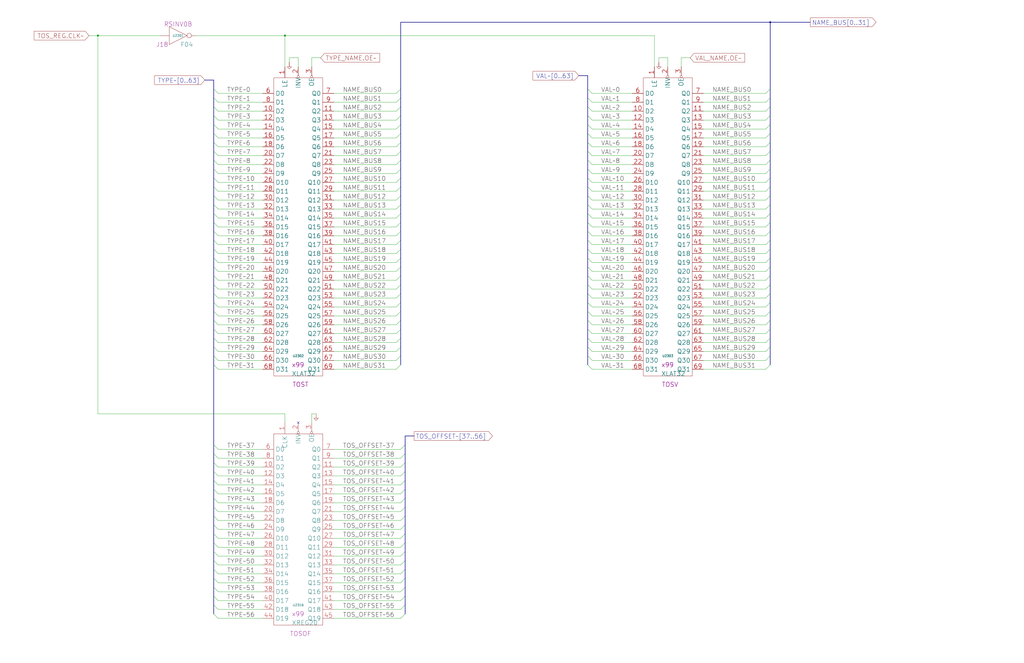
<source format=kicad_sch>
(kicad_sch (version 20220126) (generator eeschema)
  (paper "User" 584.2 378.46)
  (title_block (title "TOS OPTIMIZING REGISTER") (date "22-MAY-90") (rev "1.0") (comment 1 "SEQUENCER") (comment 2 "232-003064") (comment 3 "S400") (comment 4 "RELEASED"))
  (lib_symbols
    (symbol "r1000:F04" (pin_numbers hide) (pin_names hide)
      (property "Reference" "U" (at 0 0 0))
      (property "Value" "F04" (at 1.27 -5.08 0))
      (property "Location" "___" (at -12.7 -5.08 0))
      (property "Name" "______" (at 0 5.08 0))
      (symbol "F04_1_1"
        (pin input line (at -10.16 0 0) (length 2.54) (name "D0") (number "1"))
        (pin output line (at 10.16 0 180) (length 2.54) (name "Q") (number "2"))
      )
    )
    (symbol "r1000:PD" (power) (pin_numbers hide) (pin_names hide) (in_bom no)
      (symbol "PD_1_1"
        (pin power_in line (at 0 0 270) (length 2.54) (name "PD") (number "1"))
      )
    )
    (symbol "r1000:XLAT32" (pin_names (offset 1.016))
      (property "Reference" "U" (at 2.54 5.08 0))
      (property "Value" "XLAT32" (at -1.27 -5.08 0))
      (property "Location" "___" (at -1.27 0 0))
      (property "Name" "______" (at 3.81 -12.7 0))
      (symbol "XLAT32_1_1"
        (pin input line (at -5.08 170.18 270) (length 6.35) (name "LE") (number "1"))
        (pin input line (at -17.78 144.78 0) (length 6.35) (name "D2") (number "10"))
        (pin tri_state line (at 22.86 144.78 180) (length 6.35) (name "Q2") (number "11"))
        (pin input line (at -17.78 139.7 0) (length 6.35) (name "D3") (number "12"))
        (pin tri_state line (at 22.86 139.7 180) (length 6.35) (name "Q3") (number "13"))
        (pin input line (at -17.78 134.62 0) (length 6.35) (name "D4") (number "14"))
        (pin tri_state line (at 22.86 134.62 180) (length 6.35) (name "Q4") (number "15"))
        (pin input line (at -17.78 129.54 0) (length 6.35) (name "D5") (number "16"))
        (pin tri_state line (at 22.86 129.54 180) (length 6.35) (name "Q5") (number "17"))
        (pin input line (at -17.78 124.46 0) (length 6.35) (name "D6") (number "18"))
        (pin tri_state line (at 22.86 124.46 180) (length 6.35) (name "Q6") (number "19"))
        (pin input line (at 2.54 170.18 270) (length 5.08) (name "INV") (number "2"))
        (pin input line (at -17.78 119.38 0) (length 6.35) (name "D7") (number "20"))
        (pin tri_state line (at 22.86 119.38 180) (length 6.35) (name "Q7") (number "21"))
        (pin input line (at -17.78 114.3 0) (length 6.35) (name "D8") (number "22"))
        (pin tri_state line (at 22.86 114.3 180) (length 6.35) (name "Q8") (number "23"))
        (pin input line (at -17.78 109.22 0) (length 6.35) (name "D9") (number "24"))
        (pin tri_state line (at 22.86 109.22 180) (length 6.35) (name "Q9") (number "25"))
        (pin input line (at -17.78 104.14 0) (length 6.35) (name "D10") (number "26"))
        (pin tri_state line (at 22.86 104.14 180) (length 6.35) (name "Q10") (number "27"))
        (pin input line (at -17.78 99.06 0) (length 6.35) (name "D11") (number "28"))
        (pin tri_state line (at 22.86 99.06 180) (length 6.35) (name "Q11") (number "29"))
        (pin input line (at 10.16 170.18 270) (length 5.08) (name "OE") (number "3"))
        (pin input line (at -17.78 93.98 0) (length 6.35) (name "D12") (number "30"))
        (pin tri_state line (at 22.86 93.98 180) (length 6.35) (name "Q12") (number "31"))
        (pin input line (at -17.78 88.9 0) (length 6.35) (name "D13") (number "32"))
        (pin tri_state line (at 22.86 88.9 180) (length 6.35) (name "Q13") (number "33"))
        (pin input line (at -17.78 83.82 0) (length 6.35) (name "D14") (number "34"))
        (pin tri_state line (at 22.86 83.82 180) (length 6.35) (name "Q14") (number "35"))
        (pin input line (at -17.78 78.74 0) (length 6.35) (name "D15") (number "36"))
        (pin tri_state line (at 22.86 78.74 180) (length 6.35) (name "Q15") (number "37"))
        (pin input line (at -17.78 73.66 0) (length 6.35) (name "D16") (number "38"))
        (pin tri_state line (at 22.86 73.66 180) (length 6.35) (name "Q16") (number "39"))
        (pin input line (at -17.78 68.58 0) (length 6.35) (name "D17") (number "40"))
        (pin tri_state line (at 22.86 68.58 180) (length 6.35) (name "Q17") (number "41"))
        (pin input line (at -17.78 63.5 0) (length 6.35) (name "D18") (number "42"))
        (pin tri_state line (at 22.86 63.5 180) (length 6.35) (name "Q18") (number "43"))
        (pin input line (at -17.78 58.42 0) (length 6.35) (name "D19") (number "44"))
        (pin tri_state line (at 22.86 58.42 180) (length 6.35) (name "Q19") (number "45"))
        (pin input line (at -17.78 53.34 0) (length 6.35) (name "D20") (number "46"))
        (pin tri_state line (at 22.86 53.34 180) (length 6.35) (name "Q20") (number "47"))
        (pin input line (at -17.78 48.26 0) (length 6.35) (name "D21") (number "48"))
        (pin tri_state line (at 22.86 48.26 180) (length 6.35) (name "Q21") (number "49"))
        (pin input line (at -17.78 43.18 0) (length 6.35) (name "D22") (number "50"))
        (pin tri_state line (at 22.86 43.18 180) (length 6.35) (name "Q22") (number "51"))
        (pin input line (at -17.78 38.1 0) (length 6.35) (name "D23") (number "52"))
        (pin tri_state line (at 22.86 38.1 180) (length 6.35) (name "Q23") (number "53"))
        (pin input line (at -17.78 33.02 0) (length 6.35) (name "D24") (number "54"))
        (pin tri_state line (at 22.86 33.02 180) (length 6.35) (name "Q24") (number "55"))
        (pin input line (at -17.78 27.94 0) (length 6.35) (name "D25") (number "56"))
        (pin tri_state line (at 22.86 27.94 180) (length 6.35) (name "Q25") (number "57"))
        (pin input line (at -17.78 22.86 0) (length 6.35) (name "D26") (number "58"))
        (pin tri_state line (at 22.86 22.86 180) (length 6.35) (name "Q26") (number "59"))
        (pin input line (at -17.78 154.94 0) (length 6.35) (name "D0") (number "6"))
        (pin input line (at -17.78 17.78 0) (length 6.35) (name "D27") (number "60"))
        (pin tri_state line (at 22.86 17.78 180) (length 6.35) (name "Q27") (number "61"))
        (pin input line (at -17.78 12.7 0) (length 6.35) (name "D28") (number "62"))
        (pin tri_state line (at 22.86 12.7 180) (length 6.35) (name "Q28") (number "63"))
        (pin input line (at -17.78 7.62 0) (length 6.35) (name "D29") (number "64"))
        (pin tri_state line (at 22.86 7.62 180) (length 6.35) (name "Q29") (number "65"))
        (pin input line (at -17.78 2.54 0) (length 6.35) (name "D30") (number "66"))
        (pin tri_state line (at 22.86 2.54 180) (length 6.35) (name "Q30") (number "67"))
        (pin input line (at -17.78 -2.54 0) (length 6.35) (name "D31") (number "68"))
        (pin tri_state line (at 22.86 -2.54 180) (length 6.35) (name "Q31") (number "69"))
        (pin tri_state line (at 22.86 154.94 180) (length 6.35) (name "Q0") (number "7"))
        (pin input line (at -17.78 149.86 0) (length 6.35) (name "D1") (number "8"))
        (pin tri_state line (at 22.86 149.86 180) (length 6.35) (name "Q1") (number "9"))
      )
    )
    (symbol "r1000:XREG20" (pin_names (offset 1.016))
      (property "Reference" "U" (at 2.54 5.08 0))
      (property "Value" "XREG20" (at -1.27 -5.08 0))
      (property "Location" "___" (at -1.27 0 0))
      (property "Name" "______" (at 3.81 -12.7 0))
      (symbol "XREG20_1_1"
        (pin input line (at -5.08 109.22 270) (length 6.35) (name "CLK") (number "1"))
        (pin input line (at -17.78 83.82 0) (length 6.35) (name "D2") (number "10"))
        (pin tri_state line (at 22.86 83.82 180) (length 6.35) (name "Q2") (number "11"))
        (pin input line (at -17.78 78.74 0) (length 6.35) (name "D3") (number "12"))
        (pin tri_state line (at 22.86 78.74 180) (length 6.35) (name "Q3") (number "13"))
        (pin input line (at -17.78 73.66 0) (length 6.35) (name "D4") (number "14"))
        (pin tri_state line (at 22.86 73.66 180) (length 6.35) (name "Q4") (number "15"))
        (pin input line (at -17.78 68.58 0) (length 6.35) (name "D5") (number "16"))
        (pin tri_state line (at 22.86 68.58 180) (length 6.35) (name "Q5") (number "17"))
        (pin input line (at -17.78 63.5 0) (length 6.35) (name "D6") (number "18"))
        (pin tri_state line (at 22.86 63.5 180) (length 6.35) (name "Q6") (number "19"))
        (pin input line (at 2.54 109.22 270) (length 5.08) (name "INV") (number "2"))
        (pin input line (at -17.78 58.42 0) (length 6.35) (name "D7") (number "20"))
        (pin tri_state line (at 22.86 58.42 180) (length 6.35) (name "Q7") (number "21"))
        (pin input line (at -17.78 53.34 0) (length 6.35) (name "D8") (number "22"))
        (pin tri_state line (at 22.86 53.34 180) (length 6.35) (name "Q8") (number "23"))
        (pin input line (at -17.78 48.26 0) (length 6.35) (name "D9") (number "24"))
        (pin tri_state line (at 22.86 48.26 180) (length 6.35) (name "Q9") (number "25"))
        (pin input line (at -17.78 43.18 0) (length 6.35) (name "D10") (number "26"))
        (pin tri_state line (at 22.86 43.18 180) (length 6.35) (name "Q10") (number "27"))
        (pin input line (at -17.78 38.1 0) (length 6.35) (name "D11") (number "28"))
        (pin tri_state line (at 22.86 38.1 180) (length 6.35) (name "Q11") (number "29"))
        (pin input line (at 10.16 109.22 270) (length 5.08) (name "OE") (number "3"))
        (pin input line (at -17.78 33.02 0) (length 6.35) (name "D12") (number "30"))
        (pin tri_state line (at 22.86 33.02 180) (length 6.35) (name "Q12") (number "31"))
        (pin input line (at -17.78 27.94 0) (length 6.35) (name "D13") (number "32"))
        (pin tri_state line (at 22.86 27.94 180) (length 6.35) (name "Q13") (number "33"))
        (pin input line (at -17.78 22.86 0) (length 6.35) (name "D14") (number "34"))
        (pin tri_state line (at 22.86 22.86 180) (length 6.35) (name "Q14") (number "35"))
        (pin input line (at -17.78 17.78 0) (length 6.35) (name "D15") (number "36"))
        (pin tri_state line (at 22.86 17.78 180) (length 6.35) (name "Q15") (number "37"))
        (pin input line (at -17.78 12.7 0) (length 6.35) (name "D16") (number "38"))
        (pin tri_state line (at 22.86 12.7 180) (length 6.35) (name "Q16") (number "39"))
        (pin input line (at -17.78 7.62 0) (length 6.35) (name "D17") (number "40"))
        (pin tri_state line (at 22.86 7.62 180) (length 6.35) (name "Q17") (number "41"))
        (pin input line (at -17.78 2.54 0) (length 6.35) (name "D18") (number "42"))
        (pin tri_state line (at 22.86 2.54 180) (length 6.35) (name "Q18") (number "43"))
        (pin input line (at -17.78 -2.54 0) (length 6.35) (name "D19") (number "44"))
        (pin tri_state line (at 22.86 -2.54 180) (length 6.35) (name "Q19") (number "45"))
        (pin input line (at -17.78 93.98 0) (length 6.35) (name "D0") (number "6"))
        (pin tri_state line (at 22.86 93.98 180) (length 6.35) (name "Q0") (number "7"))
        (pin input line (at -17.78 88.9 0) (length 6.35) (name "D1") (number "8"))
        (pin tri_state line (at 22.86 88.9 180) (length 6.35) (name "Q1") (number "9"))
      )
    )
  )
  (bus (pts (xy 116.84 45.72) (xy 121.92 45.72)))
  (bus (pts (xy 121.92 101.6) (xy 121.92 106.68)))
  (bus (pts (xy 121.92 106.68) (xy 121.92 111.76)))
  (bus (pts (xy 121.92 111.76) (xy 121.92 116.84)))
  (bus (pts (xy 121.92 116.84) (xy 121.92 121.92)))
  (bus (pts (xy 121.92 121.92) (xy 121.92 127)))
  (bus (pts (xy 121.92 127) (xy 121.92 132.08)))
  (bus (pts (xy 121.92 132.08) (xy 121.92 137.16)))
  (bus (pts (xy 121.92 137.16) (xy 121.92 142.24)))
  (bus (pts (xy 121.92 142.24) (xy 121.92 147.32)))
  (bus (pts (xy 121.92 147.32) (xy 121.92 152.4)))
  (bus (pts (xy 121.92 152.4) (xy 121.92 157.48)))
  (bus (pts (xy 121.92 157.48) (xy 121.92 162.56)))
  (bus (pts (xy 121.92 162.56) (xy 121.92 167.64)))
  (bus (pts (xy 121.92 167.64) (xy 121.92 172.72)))
  (bus (pts (xy 121.92 172.72) (xy 121.92 177.8)))
  (bus (pts (xy 121.92 177.8) (xy 121.92 182.88)))
  (bus (pts (xy 121.92 182.88) (xy 121.92 187.96)))
  (bus (pts (xy 121.92 187.96) (xy 121.92 193.04)))
  (bus (pts (xy 121.92 193.04) (xy 121.92 198.12)))
  (bus (pts (xy 121.92 198.12) (xy 121.92 203.2)))
  (bus (pts (xy 121.92 203.2) (xy 121.92 208.28)))
  (bus (pts (xy 121.92 208.28) (xy 121.92 254)))
  (bus (pts (xy 121.92 254) (xy 121.92 259.08)))
  (bus (pts (xy 121.92 259.08) (xy 121.92 264.16)))
  (bus (pts (xy 121.92 264.16) (xy 121.92 269.24)))
  (bus (pts (xy 121.92 274.32) (xy 121.92 269.24)))
  (bus (pts (xy 121.92 274.32) (xy 121.92 279.4)))
  (bus (pts (xy 121.92 279.4) (xy 121.92 284.48)))
  (bus (pts (xy 121.92 284.48) (xy 121.92 289.56)))
  (bus (pts (xy 121.92 289.56) (xy 121.92 294.64)))
  (bus (pts (xy 121.92 294.64) (xy 121.92 299.72)))
  (bus (pts (xy 121.92 299.72) (xy 121.92 304.8)))
  (bus (pts (xy 121.92 304.8) (xy 121.92 309.88)))
  (bus (pts (xy 121.92 314.96) (xy 121.92 309.88)))
  (bus (pts (xy 121.92 314.96) (xy 121.92 320.04)))
  (bus (pts (xy 121.92 320.04) (xy 121.92 325.12)))
  (bus (pts (xy 121.92 325.12) (xy 121.92 330.2)))
  (bus (pts (xy 121.92 330.2) (xy 121.92 335.28)))
  (bus (pts (xy 121.92 335.28) (xy 121.92 340.36)))
  (bus (pts (xy 121.92 340.36) (xy 121.92 345.44)))
  (bus (pts (xy 121.92 345.44) (xy 121.92 350.52)))
  (bus (pts (xy 121.92 45.72) (xy 121.92 50.8)))
  (bus (pts (xy 121.92 50.8) (xy 121.92 55.88)))
  (bus (pts (xy 121.92 55.88) (xy 121.92 60.96)))
  (bus (pts (xy 121.92 60.96) (xy 121.92 66.04)))
  (bus (pts (xy 121.92 66.04) (xy 121.92 71.12)))
  (bus (pts (xy 121.92 71.12) (xy 121.92 76.2)))
  (bus (pts (xy 121.92 76.2) (xy 121.92 81.28)))
  (bus (pts (xy 121.92 81.28) (xy 121.92 86.36)))
  (bus (pts (xy 121.92 86.36) (xy 121.92 91.44)))
  (bus (pts (xy 121.92 91.44) (xy 121.92 96.52)))
  (bus (pts (xy 121.92 96.52) (xy 121.92 101.6)))
  (bus (pts (xy 228.6 101.6) (xy 228.6 106.68)))
  (bus (pts (xy 228.6 106.68) (xy 228.6 111.76)))
  (bus (pts (xy 228.6 111.76) (xy 228.6 116.84)))
  (bus (pts (xy 228.6 116.84) (xy 228.6 121.92)))
  (bus (pts (xy 228.6 12.7) (xy 439.42 12.7)))
  (bus (pts (xy 228.6 121.92) (xy 228.6 127)))
  (bus (pts (xy 228.6 127) (xy 228.6 132.08)))
  (bus (pts (xy 228.6 132.08) (xy 228.6 137.16)))
  (bus (pts (xy 228.6 137.16) (xy 228.6 142.24)))
  (bus (pts (xy 228.6 142.24) (xy 228.6 147.32)))
  (bus (pts (xy 228.6 147.32) (xy 228.6 152.4)))
  (bus (pts (xy 228.6 152.4) (xy 228.6 157.48)))
  (bus (pts (xy 228.6 157.48) (xy 228.6 162.56)))
  (bus (pts (xy 228.6 162.56) (xy 228.6 167.64)))
  (bus (pts (xy 228.6 167.64) (xy 228.6 172.72)))
  (bus (pts (xy 228.6 172.72) (xy 228.6 177.8)))
  (bus (pts (xy 228.6 177.8) (xy 228.6 182.88)))
  (bus (pts (xy 228.6 182.88) (xy 228.6 187.96)))
  (bus (pts (xy 228.6 187.96) (xy 228.6 193.04)))
  (bus (pts (xy 228.6 193.04) (xy 228.6 198.12)))
  (bus (pts (xy 228.6 198.12) (xy 228.6 203.2)))
  (bus (pts (xy 228.6 203.2) (xy 228.6 208.28)))
  (bus (pts (xy 228.6 50.8) (xy 228.6 12.7)))
  (bus (pts (xy 228.6 50.8) (xy 228.6 55.88)))
  (bus (pts (xy 228.6 55.88) (xy 228.6 60.96)))
  (bus (pts (xy 228.6 60.96) (xy 228.6 66.04)))
  (bus (pts (xy 228.6 66.04) (xy 228.6 71.12)))
  (bus (pts (xy 228.6 71.12) (xy 228.6 76.2)))
  (bus (pts (xy 228.6 76.2) (xy 228.6 81.28)))
  (bus (pts (xy 228.6 81.28) (xy 228.6 86.36)))
  (bus (pts (xy 228.6 86.36) (xy 228.6 91.44)))
  (bus (pts (xy 228.6 91.44) (xy 228.6 96.52)))
  (bus (pts (xy 228.6 96.52) (xy 228.6 101.6)))
  (bus (pts (xy 231.14 248.92) (xy 231.14 254)))
  (bus (pts (xy 231.14 254) (xy 231.14 259.08)))
  (bus (pts (xy 231.14 259.08) (xy 231.14 264.16)))
  (bus (pts (xy 231.14 264.16) (xy 231.14 269.24)))
  (bus (pts (xy 231.14 269.24) (xy 231.14 274.32)))
  (bus (pts (xy 231.14 274.32) (xy 231.14 279.4)))
  (bus (pts (xy 231.14 279.4) (xy 231.14 284.48)))
  (bus (pts (xy 231.14 284.48) (xy 231.14 289.56)))
  (bus (pts (xy 231.14 289.56) (xy 231.14 294.64)))
  (bus (pts (xy 231.14 294.64) (xy 231.14 299.72)))
  (bus (pts (xy 231.14 299.72) (xy 231.14 304.8)))
  (bus (pts (xy 231.14 304.8) (xy 231.14 309.88)))
  (bus (pts (xy 231.14 309.88) (xy 231.14 314.96)))
  (bus (pts (xy 231.14 314.96) (xy 231.14 320.04)))
  (bus (pts (xy 231.14 320.04) (xy 231.14 325.12)))
  (bus (pts (xy 231.14 325.12) (xy 231.14 330.2)))
  (bus (pts (xy 231.14 330.2) (xy 231.14 335.28)))
  (bus (pts (xy 231.14 335.28) (xy 231.14 340.36)))
  (bus (pts (xy 231.14 340.36) (xy 231.14 345.44)))
  (bus (pts (xy 231.14 345.44) (xy 231.14 350.52)))
  (bus (pts (xy 236.22 248.92) (xy 231.14 248.92)))
  (bus (pts (xy 330.2 43.18) (xy 335.28 43.18)))
  (bus (pts (xy 335.28 101.6) (xy 335.28 106.68)))
  (bus (pts (xy 335.28 106.68) (xy 335.28 111.76)))
  (bus (pts (xy 335.28 111.76) (xy 335.28 116.84)))
  (bus (pts (xy 335.28 116.84) (xy 335.28 121.92)))
  (bus (pts (xy 335.28 121.92) (xy 335.28 127)))
  (bus (pts (xy 335.28 127) (xy 335.28 132.08)))
  (bus (pts (xy 335.28 132.08) (xy 335.28 137.16)))
  (bus (pts (xy 335.28 137.16) (xy 335.28 142.24)))
  (bus (pts (xy 335.28 142.24) (xy 335.28 147.32)))
  (bus (pts (xy 335.28 147.32) (xy 335.28 152.4)))
  (bus (pts (xy 335.28 152.4) (xy 335.28 157.48)))
  (bus (pts (xy 335.28 157.48) (xy 335.28 162.56)))
  (bus (pts (xy 335.28 162.56) (xy 335.28 167.64)))
  (bus (pts (xy 335.28 167.64) (xy 335.28 172.72)))
  (bus (pts (xy 335.28 172.72) (xy 335.28 177.8)))
  (bus (pts (xy 335.28 177.8) (xy 335.28 182.88)))
  (bus (pts (xy 335.28 182.88) (xy 335.28 187.96)))
  (bus (pts (xy 335.28 187.96) (xy 335.28 193.04)))
  (bus (pts (xy 335.28 193.04) (xy 335.28 198.12)))
  (bus (pts (xy 335.28 198.12) (xy 335.28 203.2)))
  (bus (pts (xy 335.28 203.2) (xy 335.28 208.28)))
  (bus (pts (xy 335.28 43.18) (xy 335.28 50.8)))
  (bus (pts (xy 335.28 50.8) (xy 335.28 55.88)))
  (bus (pts (xy 335.28 55.88) (xy 335.28 60.96)))
  (bus (pts (xy 335.28 60.96) (xy 335.28 66.04)))
  (bus (pts (xy 335.28 66.04) (xy 335.28 71.12)))
  (bus (pts (xy 335.28 71.12) (xy 335.28 76.2)))
  (bus (pts (xy 335.28 76.2) (xy 335.28 81.28)))
  (bus (pts (xy 335.28 81.28) (xy 335.28 86.36)))
  (bus (pts (xy 335.28 86.36) (xy 335.28 91.44)))
  (bus (pts (xy 335.28 91.44) (xy 335.28 96.52)))
  (bus (pts (xy 335.28 96.52) (xy 335.28 101.6)))
  (bus (pts (xy 439.42 101.6) (xy 439.42 106.68)))
  (bus (pts (xy 439.42 106.68) (xy 439.42 111.76)))
  (bus (pts (xy 439.42 111.76) (xy 439.42 116.84)))
  (bus (pts (xy 439.42 116.84) (xy 439.42 121.92)))
  (bus (pts (xy 439.42 12.7) (xy 439.42 50.8)))
  (bus (pts (xy 439.42 12.7) (xy 462.28 12.7)))
  (bus (pts (xy 439.42 121.92) (xy 439.42 127)))
  (bus (pts (xy 439.42 127) (xy 439.42 132.08)))
  (bus (pts (xy 439.42 132.08) (xy 439.42 137.16)))
  (bus (pts (xy 439.42 137.16) (xy 439.42 142.24)))
  (bus (pts (xy 439.42 142.24) (xy 439.42 147.32)))
  (bus (pts (xy 439.42 147.32) (xy 439.42 152.4)))
  (bus (pts (xy 439.42 152.4) (xy 439.42 157.48)))
  (bus (pts (xy 439.42 157.48) (xy 439.42 162.56)))
  (bus (pts (xy 439.42 162.56) (xy 439.42 167.64)))
  (bus (pts (xy 439.42 167.64) (xy 439.42 172.72)))
  (bus (pts (xy 439.42 172.72) (xy 439.42 177.8)))
  (bus (pts (xy 439.42 177.8) (xy 439.42 182.88)))
  (bus (pts (xy 439.42 182.88) (xy 439.42 187.96)))
  (bus (pts (xy 439.42 187.96) (xy 439.42 193.04)))
  (bus (pts (xy 439.42 193.04) (xy 439.42 198.12)))
  (bus (pts (xy 439.42 198.12) (xy 439.42 203.2)))
  (bus (pts (xy 439.42 203.2) (xy 439.42 208.28)))
  (bus (pts (xy 439.42 50.8) (xy 439.42 55.88)))
  (bus (pts (xy 439.42 55.88) (xy 439.42 60.96)))
  (bus (pts (xy 439.42 60.96) (xy 439.42 66.04)))
  (bus (pts (xy 439.42 66.04) (xy 439.42 71.12)))
  (bus (pts (xy 439.42 71.12) (xy 439.42 76.2)))
  (bus (pts (xy 439.42 76.2) (xy 439.42 81.28)))
  (bus (pts (xy 439.42 81.28) (xy 439.42 86.36)))
  (bus (pts (xy 439.42 86.36) (xy 439.42 91.44)))
  (bus (pts (xy 439.42 91.44) (xy 439.42 96.52)))
  (bus (pts (xy 439.42 96.52) (xy 439.42 101.6)))
  (wire (pts (xy 111.76 20.32) (xy 162.56 20.32)))
  (wire (pts (xy 124.46 104.14) (xy 149.86 104.14)))
  (wire (pts (xy 124.46 109.22) (xy 149.86 109.22)))
  (wire (pts (xy 124.46 114.3) (xy 149.86 114.3)))
  (wire (pts (xy 124.46 119.38) (xy 149.86 119.38)))
  (wire (pts (xy 124.46 124.46) (xy 149.86 124.46)))
  (wire (pts (xy 124.46 129.54) (xy 149.86 129.54)))
  (wire (pts (xy 124.46 134.62) (xy 149.86 134.62)))
  (wire (pts (xy 124.46 139.7) (xy 149.86 139.7)))
  (wire (pts (xy 124.46 144.78) (xy 149.86 144.78)))
  (wire (pts (xy 124.46 149.86) (xy 149.86 149.86)))
  (wire (pts (xy 124.46 154.94) (xy 149.86 154.94)))
  (wire (pts (xy 124.46 160.02) (xy 149.86 160.02)))
  (wire (pts (xy 124.46 165.1) (xy 149.86 165.1)))
  (wire (pts (xy 124.46 170.18) (xy 149.86 170.18)))
  (wire (pts (xy 124.46 175.26) (xy 149.86 175.26)))
  (wire (pts (xy 124.46 180.34) (xy 149.86 180.34)))
  (wire (pts (xy 124.46 185.42) (xy 149.86 185.42)))
  (wire (pts (xy 124.46 190.5) (xy 149.86 190.5)))
  (wire (pts (xy 124.46 195.58) (xy 149.86 195.58)))
  (wire (pts (xy 124.46 200.66) (xy 149.86 200.66)))
  (wire (pts (xy 124.46 205.74) (xy 149.86 205.74)))
  (wire (pts (xy 124.46 210.82) (xy 149.86 210.82)))
  (wire (pts (xy 124.46 256.54) (xy 149.86 256.54)))
  (wire (pts (xy 124.46 261.62) (xy 149.86 261.62)))
  (wire (pts (xy 124.46 266.7) (xy 149.86 266.7)))
  (wire (pts (xy 124.46 271.78) (xy 149.86 271.78)))
  (wire (pts (xy 124.46 276.86) (xy 149.86 276.86)))
  (wire (pts (xy 124.46 281.94) (xy 149.86 281.94)))
  (wire (pts (xy 124.46 287.02) (xy 149.86 287.02)))
  (wire (pts (xy 124.46 292.1) (xy 149.86 292.1)))
  (wire (pts (xy 124.46 297.18) (xy 149.86 297.18)))
  (wire (pts (xy 124.46 302.26) (xy 149.86 302.26)))
  (wire (pts (xy 124.46 307.34) (xy 149.86 307.34)))
  (wire (pts (xy 124.46 312.42) (xy 149.86 312.42)))
  (wire (pts (xy 124.46 317.5) (xy 149.86 317.5)))
  (wire (pts (xy 124.46 322.58) (xy 149.86 322.58)))
  (wire (pts (xy 124.46 327.66) (xy 149.86 327.66)))
  (wire (pts (xy 124.46 332.74) (xy 149.86 332.74)))
  (wire (pts (xy 124.46 337.82) (xy 149.86 337.82)))
  (wire (pts (xy 124.46 342.9) (xy 149.86 342.9)))
  (wire (pts (xy 124.46 347.98) (xy 149.86 347.98)))
  (wire (pts (xy 124.46 353.06) (xy 149.86 353.06)))
  (wire (pts (xy 124.46 53.34) (xy 149.86 53.34)))
  (wire (pts (xy 124.46 58.42) (xy 149.86 58.42)))
  (wire (pts (xy 124.46 63.5) (xy 149.86 63.5)))
  (wire (pts (xy 124.46 68.58) (xy 149.86 68.58)))
  (wire (pts (xy 124.46 73.66) (xy 149.86 73.66)))
  (wire (pts (xy 124.46 78.74) (xy 149.86 78.74)))
  (wire (pts (xy 124.46 83.82) (xy 149.86 83.82)))
  (wire (pts (xy 124.46 88.9) (xy 149.86 88.9)))
  (wire (pts (xy 124.46 93.98) (xy 149.86 93.98)))
  (wire (pts (xy 124.46 99.06) (xy 149.86 99.06)))
  (wire (pts (xy 162.56 20.32) (xy 162.56 38.1)))
  (wire (pts (xy 162.56 20.32) (xy 373.38 20.32)))
  (wire (pts (xy 162.56 236.22) (xy 162.56 241.3)))
  (wire (pts (xy 165.1 33.02) (xy 170.18 33.02)))
  (wire (pts (xy 165.1 35.56) (xy 165.1 33.02)))
  (wire (pts (xy 170.18 33.02) (xy 170.18 38.1)))
  (wire (pts (xy 177.8 236.22) (xy 177.8 241.3)))
  (wire (pts (xy 177.8 33.02) (xy 177.8 38.1)))
  (wire (pts (xy 180.34 236.22) (xy 177.8 236.22)))
  (wire (pts (xy 182.88 33.02) (xy 177.8 33.02)))
  (wire (pts (xy 190.5 104.14) (xy 226.06 104.14)))
  (wire (pts (xy 190.5 109.22) (xy 226.06 109.22)))
  (wire (pts (xy 190.5 114.3) (xy 226.06 114.3)))
  (wire (pts (xy 190.5 119.38) (xy 226.06 119.38)))
  (wire (pts (xy 190.5 124.46) (xy 226.06 124.46)))
  (wire (pts (xy 190.5 129.54) (xy 226.06 129.54)))
  (wire (pts (xy 190.5 134.62) (xy 226.06 134.62)))
  (wire (pts (xy 190.5 139.7) (xy 226.06 139.7)))
  (wire (pts (xy 190.5 144.78) (xy 226.06 144.78)))
  (wire (pts (xy 190.5 149.86) (xy 226.06 149.86)))
  (wire (pts (xy 190.5 154.94) (xy 226.06 154.94)))
  (wire (pts (xy 190.5 160.02) (xy 226.06 160.02)))
  (wire (pts (xy 190.5 165.1) (xy 226.06 165.1)))
  (wire (pts (xy 190.5 170.18) (xy 226.06 170.18)))
  (wire (pts (xy 190.5 175.26) (xy 226.06 175.26)))
  (wire (pts (xy 190.5 180.34) (xy 226.06 180.34)))
  (wire (pts (xy 190.5 185.42) (xy 226.06 185.42)))
  (wire (pts (xy 190.5 190.5) (xy 226.06 190.5)))
  (wire (pts (xy 190.5 195.58) (xy 226.06 195.58)))
  (wire (pts (xy 190.5 200.66) (xy 226.06 200.66)))
  (wire (pts (xy 190.5 205.74) (xy 226.06 205.74)))
  (wire (pts (xy 190.5 210.82) (xy 226.06 210.82)))
  (wire (pts (xy 190.5 256.54) (xy 228.6 256.54)))
  (wire (pts (xy 190.5 261.62) (xy 228.6 261.62)))
  (wire (pts (xy 190.5 266.7) (xy 228.6 266.7)))
  (wire (pts (xy 190.5 271.78) (xy 228.6 271.78)))
  (wire (pts (xy 190.5 276.86) (xy 228.6 276.86)))
  (wire (pts (xy 190.5 281.94) (xy 228.6 281.94)))
  (wire (pts (xy 190.5 287.02) (xy 228.6 287.02)))
  (wire (pts (xy 190.5 292.1) (xy 228.6 292.1)))
  (wire (pts (xy 190.5 297.18) (xy 228.6 297.18)))
  (wire (pts (xy 190.5 302.26) (xy 228.6 302.26)))
  (wire (pts (xy 190.5 307.34) (xy 228.6 307.34)))
  (wire (pts (xy 190.5 312.42) (xy 228.6 312.42)))
  (wire (pts (xy 190.5 317.5) (xy 228.6 317.5)))
  (wire (pts (xy 190.5 322.58) (xy 228.6 322.58)))
  (wire (pts (xy 190.5 327.66) (xy 228.6 327.66)))
  (wire (pts (xy 190.5 332.74) (xy 228.6 332.74)))
  (wire (pts (xy 190.5 337.82) (xy 228.6 337.82)))
  (wire (pts (xy 190.5 342.9) (xy 228.6 342.9)))
  (wire (pts (xy 190.5 347.98) (xy 228.6 347.98)))
  (wire (pts (xy 190.5 353.06) (xy 228.6 353.06)))
  (wire (pts (xy 190.5 53.34) (xy 226.06 53.34)))
  (wire (pts (xy 190.5 58.42) (xy 226.06 58.42)))
  (wire (pts (xy 190.5 63.5) (xy 226.06 63.5)))
  (wire (pts (xy 190.5 68.58) (xy 226.06 68.58)))
  (wire (pts (xy 190.5 73.66) (xy 226.06 73.66)))
  (wire (pts (xy 190.5 78.74) (xy 226.06 78.74)))
  (wire (pts (xy 190.5 83.82) (xy 226.06 83.82)))
  (wire (pts (xy 190.5 88.9) (xy 226.06 88.9)))
  (wire (pts (xy 190.5 93.98) (xy 226.06 93.98)))
  (wire (pts (xy 190.5 99.06) (xy 226.06 99.06)))
  (wire (pts (xy 337.82 104.14) (xy 360.68 104.14)))
  (wire (pts (xy 337.82 109.22) (xy 360.68 109.22)))
  (wire (pts (xy 337.82 114.3) (xy 360.68 114.3)))
  (wire (pts (xy 337.82 119.38) (xy 360.68 119.38)))
  (wire (pts (xy 337.82 124.46) (xy 360.68 124.46)))
  (wire (pts (xy 337.82 129.54) (xy 360.68 129.54)))
  (wire (pts (xy 337.82 134.62) (xy 360.68 134.62)))
  (wire (pts (xy 337.82 139.7) (xy 360.68 139.7)))
  (wire (pts (xy 337.82 144.78) (xy 360.68 144.78)))
  (wire (pts (xy 337.82 149.86) (xy 360.68 149.86)))
  (wire (pts (xy 337.82 154.94) (xy 360.68 154.94)))
  (wire (pts (xy 337.82 160.02) (xy 360.68 160.02)))
  (wire (pts (xy 337.82 165.1) (xy 360.68 165.1)))
  (wire (pts (xy 337.82 170.18) (xy 360.68 170.18)))
  (wire (pts (xy 337.82 175.26) (xy 360.68 175.26)))
  (wire (pts (xy 337.82 180.34) (xy 360.68 180.34)))
  (wire (pts (xy 337.82 185.42) (xy 360.68 185.42)))
  (wire (pts (xy 337.82 190.5) (xy 360.68 190.5)))
  (wire (pts (xy 337.82 195.58) (xy 360.68 195.58)))
  (wire (pts (xy 337.82 200.66) (xy 360.68 200.66)))
  (wire (pts (xy 337.82 205.74) (xy 360.68 205.74)))
  (wire (pts (xy 337.82 210.82) (xy 360.68 210.82)))
  (wire (pts (xy 337.82 53.34) (xy 360.68 53.34)))
  (wire (pts (xy 337.82 58.42) (xy 360.68 58.42)))
  (wire (pts (xy 337.82 63.5) (xy 360.68 63.5)))
  (wire (pts (xy 337.82 68.58) (xy 360.68 68.58)))
  (wire (pts (xy 337.82 73.66) (xy 360.68 73.66)))
  (wire (pts (xy 337.82 78.74) (xy 360.68 78.74)))
  (wire (pts (xy 337.82 83.82) (xy 360.68 83.82)))
  (wire (pts (xy 337.82 88.9) (xy 360.68 88.9)))
  (wire (pts (xy 337.82 93.98) (xy 360.68 93.98)))
  (wire (pts (xy 337.82 99.06) (xy 360.68 99.06)))
  (wire (pts (xy 373.38 20.32) (xy 373.38 38.1)))
  (wire (pts (xy 375.92 33.02) (xy 381 33.02)))
  (wire (pts (xy 375.92 35.56) (xy 375.92 33.02)))
  (wire (pts (xy 381 33.02) (xy 381 38.1)))
  (wire (pts (xy 388.62 33.02) (xy 388.62 38.1)))
  (wire (pts (xy 393.7 33.02) (xy 388.62 33.02)))
  (wire (pts (xy 401.32 104.14) (xy 436.88 104.14)))
  (wire (pts (xy 401.32 109.22) (xy 436.88 109.22)))
  (wire (pts (xy 401.32 114.3) (xy 436.88 114.3)))
  (wire (pts (xy 401.32 119.38) (xy 436.88 119.38)))
  (wire (pts (xy 401.32 124.46) (xy 436.88 124.46)))
  (wire (pts (xy 401.32 129.54) (xy 436.88 129.54)))
  (wire (pts (xy 401.32 134.62) (xy 436.88 134.62)))
  (wire (pts (xy 401.32 139.7) (xy 436.88 139.7)))
  (wire (pts (xy 401.32 144.78) (xy 436.88 144.78)))
  (wire (pts (xy 401.32 149.86) (xy 436.88 149.86)))
  (wire (pts (xy 401.32 154.94) (xy 436.88 154.94)))
  (wire (pts (xy 401.32 160.02) (xy 436.88 160.02)))
  (wire (pts (xy 401.32 165.1) (xy 436.88 165.1)))
  (wire (pts (xy 401.32 170.18) (xy 436.88 170.18)))
  (wire (pts (xy 401.32 175.26) (xy 436.88 175.26)))
  (wire (pts (xy 401.32 180.34) (xy 436.88 180.34)))
  (wire (pts (xy 401.32 185.42) (xy 436.88 185.42)))
  (wire (pts (xy 401.32 190.5) (xy 436.88 190.5)))
  (wire (pts (xy 401.32 195.58) (xy 436.88 195.58)))
  (wire (pts (xy 401.32 200.66) (xy 436.88 200.66)))
  (wire (pts (xy 401.32 205.74) (xy 436.88 205.74)))
  (wire (pts (xy 401.32 210.82) (xy 436.88 210.82)))
  (wire (pts (xy 401.32 53.34) (xy 436.88 53.34)))
  (wire (pts (xy 401.32 58.42) (xy 436.88 58.42)))
  (wire (pts (xy 401.32 63.5) (xy 436.88 63.5)))
  (wire (pts (xy 401.32 68.58) (xy 436.88 68.58)))
  (wire (pts (xy 401.32 73.66) (xy 436.88 73.66)))
  (wire (pts (xy 401.32 78.74) (xy 436.88 78.74)))
  (wire (pts (xy 401.32 83.82) (xy 436.88 83.82)))
  (wire (pts (xy 401.32 88.9) (xy 436.88 88.9)))
  (wire (pts (xy 401.32 93.98) (xy 436.88 93.98)))
  (wire (pts (xy 401.32 99.06) (xy 436.88 99.06)))
  (wire (pts (xy 50.8 20.32) (xy 55.88 20.32)))
  (wire (pts (xy 55.88 20.32) (xy 55.88 236.22)))
  (wire (pts (xy 55.88 20.32) (xy 91.44 20.32)))
  (wire (pts (xy 55.88 236.22) (xy 162.56 236.22)))
  (global_label "TOS_REG.CLK~" (shape input) (at 50.8 20.32 180) (effects (font (size 2.54 2.54))) (property "Intersheet References" "${INTERSHEET_REFS}" (at 19.4854 20.1613 0) (effects (font (size 1.905 1.905)) (justify right))))
  (junction (at 55.88 20.32))
  (symbol (lib_id "r1000:F04") (at 101.6 20.32 0) (unit 1)
    (property "Reference" "U2301" (at 101.6 20.32 0))
    (property "Value" "F04" (at 102.87 25.4 0) (effects (font (size 2.54 2.54)) (justify left)))
    (property "Location" "J18" (at 88.9 25.4 0) (effects (font (size 2.54 2.54)) (justify left)))
    (property "Name" "RSINV0B" (at 101.6 15.24 0) (effects (font (size 2.54 2.54)) (justify bottom)))
  )
  (global_label "TYPE~[0..63]" (shape input) (at 116.84 45.72 180) (effects (font (size 2.54 2.54))) (property "Intersheet References" "${INTERSHEET_REFS}" (at 87.8054 45.5613 0) (effects (font (size 1.905 1.905)) (justify right))))
  (bus_entry (at 121.92 50.8) (size 2.54 2.54))
  (bus_entry (at 121.92 55.88) (size 2.54 2.54))
  (bus_entry (at 121.92 60.96) (size 2.54 2.54))
  (bus_entry (at 121.92 66.04) (size 2.54 2.54))
  (bus_entry (at 121.92 71.12) (size 2.54 2.54))
  (bus_entry (at 121.92 76.2) (size 2.54 2.54))
  (bus_entry (at 121.92 81.28) (size 2.54 2.54))
  (bus_entry (at 121.92 86.36) (size 2.54 2.54))
  (bus_entry (at 121.92 91.44) (size 2.54 2.54))
  (bus_entry (at 121.92 96.52) (size 2.54 2.54))
  (bus_entry (at 121.92 101.6) (size 2.54 2.54))
  (bus_entry (at 121.92 106.68) (size 2.54 2.54))
  (bus_entry (at 121.92 111.76) (size 2.54 2.54))
  (bus_entry (at 121.92 116.84) (size 2.54 2.54))
  (bus_entry (at 121.92 121.92) (size 2.54 2.54))
  (bus_entry (at 121.92 127) (size 2.54 2.54))
  (bus_entry (at 121.92 132.08) (size 2.54 2.54))
  (bus_entry (at 121.92 137.16) (size 2.54 2.54))
  (bus_entry (at 121.92 142.24) (size 2.54 2.54))
  (bus_entry (at 121.92 147.32) (size 2.54 2.54))
  (bus_entry (at 121.92 152.4) (size 2.54 2.54))
  (bus_entry (at 121.92 157.48) (size 2.54 2.54))
  (bus_entry (at 121.92 162.56) (size 2.54 2.54))
  (bus_entry (at 121.92 167.64) (size 2.54 2.54))
  (bus_entry (at 121.92 172.72) (size 2.54 2.54))
  (bus_entry (at 121.92 177.8) (size 2.54 2.54))
  (bus_entry (at 121.92 182.88) (size 2.54 2.54))
  (bus_entry (at 121.92 187.96) (size 2.54 2.54))
  (bus_entry (at 121.92 193.04) (size 2.54 2.54))
  (bus_entry (at 121.92 198.12) (size 2.54 2.54))
  (bus_entry (at 121.92 203.2) (size 2.54 2.54))
  (bus_entry (at 121.92 208.28) (size 2.54 2.54))
  (bus_entry (at 121.92 254) (size 2.54 2.54))
  (bus_entry (at 121.92 259.08) (size 2.54 2.54))
  (bus_entry (at 121.92 264.16) (size 2.54 2.54))
  (bus_entry (at 121.92 269.24) (size 2.54 2.54))
  (bus_entry (at 121.92 274.32) (size 2.54 2.54))
  (bus_entry (at 121.92 279.4) (size 2.54 2.54))
  (bus_entry (at 121.92 284.48) (size 2.54 2.54))
  (bus_entry (at 121.92 289.56) (size 2.54 2.54))
  (bus_entry (at 121.92 294.64) (size 2.54 2.54))
  (bus_entry (at 121.92 299.72) (size 2.54 2.54))
  (bus_entry (at 121.92 304.8) (size 2.54 2.54))
  (bus_entry (at 121.92 309.88) (size 2.54 2.54))
  (bus_entry (at 121.92 314.96) (size 2.54 2.54))
  (bus_entry (at 121.92 320.04) (size 2.54 2.54))
  (bus_entry (at 121.92 325.12) (size 2.54 2.54))
  (bus_entry (at 121.92 330.2) (size 2.54 2.54))
  (bus_entry (at 121.92 335.28) (size 2.54 2.54))
  (bus_entry (at 121.92 340.36) (size 2.54 2.54))
  (bus_entry (at 121.92 345.44) (size 2.54 2.54))
  (bus_entry (at 121.92 350.52) (size 2.54 2.54))
  (label "TYPE~0" (at 129.54 53.34 0) (effects (font (size 2.54 2.54))))
  (label "TYPE~1" (at 129.54 58.42 0) (effects (font (size 2.54 2.54))))
  (label "TYPE~2" (at 129.54 63.5 0) (effects (font (size 2.54 2.54))))
  (label "TYPE~3" (at 129.54 68.58 0) (effects (font (size 2.54 2.54))))
  (label "TYPE~4" (at 129.54 73.66 0) (effects (font (size 2.54 2.54))))
  (label "TYPE~5" (at 129.54 78.74 0) (effects (font (size 2.54 2.54))))
  (label "TYPE~6" (at 129.54 83.82 0) (effects (font (size 2.54 2.54))))
  (label "TYPE~7" (at 129.54 88.9 0) (effects (font (size 2.54 2.54))))
  (label "TYPE~8" (at 129.54 93.98 0) (effects (font (size 2.54 2.54))))
  (label "TYPE~9" (at 129.54 99.06 0) (effects (font (size 2.54 2.54))))
  (label "TYPE~10" (at 129.54 104.14 0) (effects (font (size 2.54 2.54))))
  (label "TYPE~11" (at 129.54 109.22 0) (effects (font (size 2.54 2.54))))
  (label "TYPE~12" (at 129.54 114.3 0) (effects (font (size 2.54 2.54))))
  (label "TYPE~13" (at 129.54 119.38 0) (effects (font (size 2.54 2.54))))
  (label "TYPE~14" (at 129.54 124.46 0) (effects (font (size 2.54 2.54))))
  (label "TYPE~15" (at 129.54 129.54 0) (effects (font (size 2.54 2.54))))
  (label "TYPE~16" (at 129.54 134.62 0) (effects (font (size 2.54 2.54))))
  (label "TYPE~17" (at 129.54 139.7 0) (effects (font (size 2.54 2.54))))
  (label "TYPE~18" (at 129.54 144.78 0) (effects (font (size 2.54 2.54))))
  (label "TYPE~19" (at 129.54 149.86 0) (effects (font (size 2.54 2.54))))
  (label "TYPE~20" (at 129.54 154.94 0) (effects (font (size 2.54 2.54))))
  (label "TYPE~21" (at 129.54 160.02 0) (effects (font (size 2.54 2.54))))
  (label "TYPE~22" (at 129.54 165.1 0) (effects (font (size 2.54 2.54))))
  (label "TYPE~23" (at 129.54 170.18 0) (effects (font (size 2.54 2.54))))
  (label "TYPE~24" (at 129.54 175.26 0) (effects (font (size 2.54 2.54))))
  (label "TYPE~25" (at 129.54 180.34 0) (effects (font (size 2.54 2.54))))
  (label "TYPE~26" (at 129.54 185.42 0) (effects (font (size 2.54 2.54))))
  (label "TYPE~27" (at 129.54 190.5 0) (effects (font (size 2.54 2.54))))
  (label "TYPE~28" (at 129.54 195.58 0) (effects (font (size 2.54 2.54))))
  (label "TYPE~29" (at 129.54 200.66 0) (effects (font (size 2.54 2.54))))
  (label "TYPE~30" (at 129.54 205.74 0) (effects (font (size 2.54 2.54))))
  (label "TYPE~31" (at 129.54 210.82 0) (effects (font (size 2.54 2.54))))
  (label "TYPE~37" (at 129.54 256.54 0) (effects (font (size 2.54 2.54))))
  (label "TYPE~38" (at 129.54 261.62 0) (effects (font (size 2.54 2.54))))
  (label "TYPE~39" (at 129.54 266.7 0) (effects (font (size 2.54 2.54))))
  (label "TYPE~40" (at 129.54 271.78 0) (effects (font (size 2.54 2.54))))
  (label "TYPE~41" (at 129.54 276.86 0) (effects (font (size 2.54 2.54))))
  (label "TYPE~42" (at 129.54 281.94 0) (effects (font (size 2.54 2.54))))
  (label "TYPE~43" (at 129.54 287.02 0) (effects (font (size 2.54 2.54))))
  (label "TYPE~44" (at 129.54 292.1 0) (effects (font (size 2.54 2.54))))
  (label "TYPE~45" (at 129.54 297.18 0) (effects (font (size 2.54 2.54))))
  (label "TYPE~46" (at 129.54 302.26 0) (effects (font (size 2.54 2.54))))
  (label "TYPE~47" (at 129.54 307.34 0) (effects (font (size 2.54 2.54))))
  (label "TYPE~48" (at 129.54 312.42 0) (effects (font (size 2.54 2.54))))
  (label "TYPE~49" (at 129.54 317.5 0) (effects (font (size 2.54 2.54))))
  (label "TYPE~50" (at 129.54 322.58 0) (effects (font (size 2.54 2.54))))
  (label "TYPE~51" (at 129.54 327.66 0) (effects (font (size 2.54 2.54))))
  (label "TYPE~52" (at 129.54 332.74 0) (effects (font (size 2.54 2.54))))
  (label "TYPE~53" (at 129.54 337.82 0) (effects (font (size 2.54 2.54))))
  (label "TYPE~54" (at 129.54 342.9 0) (effects (font (size 2.54 2.54))))
  (label "TYPE~55" (at 129.54 347.98 0) (effects (font (size 2.54 2.54))))
  (label "TYPE~56" (at 129.54 353.06 0) (effects (font (size 2.54 2.54))))
  (junction (at 162.56 20.32))
  (symbol (lib_id "r1000:PD") (at 165.1 35.56 0) (unit 1) (in_bom no)
    (property "Reference" "#PWR02302" (effects hide))
    (property "Value" "PD" (effects hide))
  )
  (symbol (lib_id "r1000:XLAT32") (at 167.64 208.28 0) (unit 1)
    (property "Reference" "U2302" (at 170.18 203.2 0))
    (property "Value" "XLAT32" (at 166.37 213.36 0) (effects (font (size 2.54 2.54)) (justify left)))
    (property "Location" "x99" (at 166.37 208.28 0) (effects (font (size 2.54 2.54)) (justify left)))
    (property "Name" "TOST" (at 171.45 220.98 0) (effects (font (size 2.54 2.54)) (justify bottom)))
  )
  (symbol (lib_id "r1000:XREG20") (at 167.64 350.52 0) (unit 1)
    (property "Reference" "U2316" (at 170.18 345.44 0))
    (property "Value" "XREG20" (at 166.37 355.6 0) (effects (font (size 2.54 2.54)) (justify left)))
    (property "Location" "x99" (at 166.37 350.52 0) (effects (font (size 2.54 2.54)) (justify left)))
    (property "Name" "TOSOF" (at 171.45 363.22 0) (effects (font (size 2.54 2.54)) (justify bottom)))
  )
  (no_connect (at 170.18 241.3))
  (symbol (lib_id "r1000:PD") (at 180.34 236.22 0) (unit 1) (in_bom no)
    (property "Reference" "#PWR0136" (effects hide))
    (property "Value" "PD" (effects hide))
  )
  (global_label "TYPE_NAME.OE~" (shape input) (at 182.88 33.02 0) (effects (font (size 2.54 2.54))) (property "Intersheet References" "${INTERSHEET_REFS}" (at 216.6136 32.8613 0) (effects (font (size 1.905 1.905)) (justify left))))
  (label "NAME_BUS0" (at 195.58 53.34 0) (effects (font (size 2.54 2.54))))
  (label "NAME_BUS1" (at 195.58 58.42 0) (effects (font (size 2.54 2.54))))
  (label "NAME_BUS2" (at 195.58 63.5 0) (effects (font (size 2.54 2.54))))
  (label "NAME_BUS3" (at 195.58 68.58 0) (effects (font (size 2.54 2.54))))
  (label "NAME_BUS4" (at 195.58 73.66 0) (effects (font (size 2.54 2.54))))
  (label "NAME_BUS5" (at 195.58 78.74 0) (effects (font (size 2.54 2.54))))
  (label "NAME_BUS6" (at 195.58 83.82 0) (effects (font (size 2.54 2.54))))
  (label "NAME_BUS7" (at 195.58 88.9 0) (effects (font (size 2.54 2.54))))
  (label "NAME_BUS8" (at 195.58 93.98 0) (effects (font (size 2.54 2.54))))
  (label "NAME_BUS9" (at 195.58 99.06 0) (effects (font (size 2.54 2.54))))
  (label "NAME_BUS10" (at 195.58 104.14 0) (effects (font (size 2.54 2.54))))
  (label "NAME_BUS11" (at 195.58 109.22 0) (effects (font (size 2.54 2.54))))
  (label "NAME_BUS12" (at 195.58 114.3 0) (effects (font (size 2.54 2.54))))
  (label "NAME_BUS13" (at 195.58 119.38 0) (effects (font (size 2.54 2.54))))
  (label "NAME_BUS14" (at 195.58 124.46 0) (effects (font (size 2.54 2.54))))
  (label "NAME_BUS15" (at 195.58 129.54 0) (effects (font (size 2.54 2.54))))
  (label "NAME_BUS16" (at 195.58 134.62 0) (effects (font (size 2.54 2.54))))
  (label "NAME_BUS17" (at 195.58 139.7 0) (effects (font (size 2.54 2.54))))
  (label "NAME_BUS18" (at 195.58 144.78 0) (effects (font (size 2.54 2.54))))
  (label "NAME_BUS19" (at 195.58 149.86 0) (effects (font (size 2.54 2.54))))
  (label "NAME_BUS20" (at 195.58 154.94 0) (effects (font (size 2.54 2.54))))
  (label "NAME_BUS21" (at 195.58 160.02 0) (effects (font (size 2.54 2.54))))
  (label "NAME_BUS22" (at 195.58 165.1 0) (effects (font (size 2.54 2.54))))
  (label "NAME_BUS23" (at 195.58 170.18 0) (effects (font (size 2.54 2.54))))
  (label "NAME_BUS24" (at 195.58 175.26 0) (effects (font (size 2.54 2.54))))
  (label "NAME_BUS25" (at 195.58 180.34 0) (effects (font (size 2.54 2.54))))
  (label "NAME_BUS26" (at 195.58 185.42 0) (effects (font (size 2.54 2.54))))
  (label "NAME_BUS27" (at 195.58 190.5 0) (effects (font (size 2.54 2.54))))
  (label "NAME_BUS28" (at 195.58 195.58 0) (effects (font (size 2.54 2.54))))
  (label "NAME_BUS29" (at 195.58 200.66 0) (effects (font (size 2.54 2.54))))
  (label "NAME_BUS30" (at 195.58 205.74 0) (effects (font (size 2.54 2.54))))
  (label "NAME_BUS31" (at 195.58 210.82 0) (effects (font (size 2.54 2.54))))
  (label "TOS_OFFSET~37" (at 195.58 256.54 0) (effects (font (size 2.54 2.54))))
  (label "TOS_OFFSET~38" (at 195.58 261.62 0) (effects (font (size 2.54 2.54))))
  (label "TOS_OFFSET~39" (at 195.58 266.7 0) (effects (font (size 2.54 2.54))))
  (label "TOS_OFFSET~40" (at 195.58 271.78 0) (effects (font (size 2.54 2.54))))
  (label "TOS_OFFSET~41" (at 195.58 276.86 0) (effects (font (size 2.54 2.54))))
  (label "TOS_OFFSET~42" (at 195.58 281.94 0) (effects (font (size 2.54 2.54))))
  (label "TOS_OFFSET~43" (at 195.58 287.02 0) (effects (font (size 2.54 2.54))))
  (label "TOS_OFFSET~44" (at 195.58 292.1 0) (effects (font (size 2.54 2.54))))
  (label "TOS_OFFSET~45" (at 195.58 297.18 0) (effects (font (size 2.54 2.54))))
  (label "TOS_OFFSET~46" (at 195.58 302.26 0) (effects (font (size 2.54 2.54))))
  (label "TOS_OFFSET~47" (at 195.58 307.34 0) (effects (font (size 2.54 2.54))))
  (label "TOS_OFFSET~48" (at 195.58 312.42 0) (effects (font (size 2.54 2.54))))
  (label "TOS_OFFSET~49" (at 195.58 317.5 0) (effects (font (size 2.54 2.54))))
  (label "TOS_OFFSET~50" (at 195.58 322.58 0) (effects (font (size 2.54 2.54))))
  (label "TOS_OFFSET~51" (at 195.58 327.66 0) (effects (font (size 2.54 2.54))))
  (label "TOS_OFFSET~52" (at 195.58 332.74 0) (effects (font (size 2.54 2.54))))
  (label "TOS_OFFSET~53" (at 195.58 337.82 0) (effects (font (size 2.54 2.54))))
  (label "TOS_OFFSET~54" (at 195.58 342.9 0) (effects (font (size 2.54 2.54))))
  (label "TOS_OFFSET~55" (at 195.58 347.98 0) (effects (font (size 2.54 2.54))))
  (label "TOS_OFFSET~56" (at 195.58 353.06 0) (effects (font (size 2.54 2.54))))
  (bus_entry (at 228.6 50.8) (size -2.54 2.54))
  (bus_entry (at 228.6 55.88) (size -2.54 2.54))
  (bus_entry (at 228.6 60.96) (size -2.54 2.54))
  (bus_entry (at 228.6 66.04) (size -2.54 2.54))
  (bus_entry (at 228.6 71.12) (size -2.54 2.54))
  (bus_entry (at 228.6 76.2) (size -2.54 2.54))
  (bus_entry (at 228.6 81.28) (size -2.54 2.54))
  (bus_entry (at 228.6 86.36) (size -2.54 2.54))
  (bus_entry (at 228.6 91.44) (size -2.54 2.54))
  (bus_entry (at 228.6 96.52) (size -2.54 2.54))
  (bus_entry (at 228.6 101.6) (size -2.54 2.54))
  (bus_entry (at 228.6 106.68) (size -2.54 2.54))
  (bus_entry (at 228.6 111.76) (size -2.54 2.54))
  (bus_entry (at 228.6 116.84) (size -2.54 2.54))
  (bus_entry (at 228.6 121.92) (size -2.54 2.54))
  (bus_entry (at 228.6 127) (size -2.54 2.54))
  (bus_entry (at 228.6 132.08) (size -2.54 2.54))
  (bus_entry (at 228.6 137.16) (size -2.54 2.54))
  (bus_entry (at 228.6 142.24) (size -2.54 2.54))
  (bus_entry (at 228.6 147.32) (size -2.54 2.54))
  (bus_entry (at 228.6 152.4) (size -2.54 2.54))
  (bus_entry (at 228.6 157.48) (size -2.54 2.54))
  (bus_entry (at 228.6 162.56) (size -2.54 2.54))
  (bus_entry (at 228.6 167.64) (size -2.54 2.54))
  (bus_entry (at 228.6 172.72) (size -2.54 2.54))
  (bus_entry (at 228.6 177.8) (size -2.54 2.54))
  (bus_entry (at 228.6 182.88) (size -2.54 2.54))
  (bus_entry (at 228.6 187.96) (size -2.54 2.54))
  (bus_entry (at 228.6 193.04) (size -2.54 2.54))
  (bus_entry (at 228.6 198.12) (size -2.54 2.54))
  (bus_entry (at 228.6 203.2) (size -2.54 2.54))
  (bus_entry (at 228.6 208.28) (size -2.54 2.54))
  (bus_entry (at 231.14 254) (size -2.54 2.54))
  (bus_entry (at 231.14 259.08) (size -2.54 2.54))
  (bus_entry (at 231.14 264.16) (size -2.54 2.54))
  (bus_entry (at 231.14 269.24) (size -2.54 2.54))
  (bus_entry (at 231.14 274.32) (size -2.54 2.54))
  (bus_entry (at 231.14 279.4) (size -2.54 2.54))
  (bus_entry (at 231.14 284.48) (size -2.54 2.54))
  (bus_entry (at 231.14 289.56) (size -2.54 2.54))
  (bus_entry (at 231.14 294.64) (size -2.54 2.54))
  (bus_entry (at 231.14 299.72) (size -2.54 2.54))
  (bus_entry (at 231.14 304.8) (size -2.54 2.54))
  (bus_entry (at 231.14 309.88) (size -2.54 2.54))
  (bus_entry (at 231.14 314.96) (size -2.54 2.54))
  (bus_entry (at 231.14 320.04) (size -2.54 2.54))
  (bus_entry (at 231.14 325.12) (size -2.54 2.54))
  (bus_entry (at 231.14 330.2) (size -2.54 2.54))
  (bus_entry (at 231.14 335.28) (size -2.54 2.54))
  (bus_entry (at 231.14 340.36) (size -2.54 2.54))
  (bus_entry (at 231.14 345.44) (size -2.54 2.54))
  (bus_entry (at 231.14 350.52) (size -2.54 2.54))
  (global_label "TOS_OFFSET~[37..56]" (shape output) (at 236.22 248.92 0) (effects (font (size 2.54 2.54))) (property "Intersheet References" "${INTERSHEET_REFS}" (at 280.9603 248.7613 0) (effects (font (size 1.905 1.905)) (justify left))))
  (global_label "VAL~[0..63]" (shape input) (at 330.2 43.18 180) (effects (font (size 2.54 2.54))) (property "Intersheet References" "${INTERSHEET_REFS}" (at 303.7054 43.0213 0) (effects (font (size 1.905 1.905)) (justify right))))
  (bus_entry (at 335.28 50.8) (size 2.54 2.54))
  (bus_entry (at 335.28 55.88) (size 2.54 2.54))
  (bus_entry (at 335.28 60.96) (size 2.54 2.54))
  (bus_entry (at 335.28 66.04) (size 2.54 2.54))
  (bus_entry (at 335.28 71.12) (size 2.54 2.54))
  (bus_entry (at 335.28 76.2) (size 2.54 2.54))
  (bus_entry (at 335.28 81.28) (size 2.54 2.54))
  (bus_entry (at 335.28 86.36) (size 2.54 2.54))
  (bus_entry (at 335.28 91.44) (size 2.54 2.54))
  (bus_entry (at 335.28 96.52) (size 2.54 2.54))
  (bus_entry (at 335.28 101.6) (size 2.54 2.54))
  (bus_entry (at 335.28 106.68) (size 2.54 2.54))
  (bus_entry (at 335.28 111.76) (size 2.54 2.54))
  (bus_entry (at 335.28 116.84) (size 2.54 2.54))
  (bus_entry (at 335.28 121.92) (size 2.54 2.54))
  (bus_entry (at 335.28 127) (size 2.54 2.54))
  (bus_entry (at 335.28 132.08) (size 2.54 2.54))
  (bus_entry (at 335.28 137.16) (size 2.54 2.54))
  (bus_entry (at 335.28 142.24) (size 2.54 2.54))
  (bus_entry (at 335.28 147.32) (size 2.54 2.54))
  (bus_entry (at 335.28 152.4) (size 2.54 2.54))
  (bus_entry (at 335.28 157.48) (size 2.54 2.54))
  (bus_entry (at 335.28 162.56) (size 2.54 2.54))
  (bus_entry (at 335.28 167.64) (size 2.54 2.54))
  (bus_entry (at 335.28 172.72) (size 2.54 2.54))
  (bus_entry (at 335.28 177.8) (size 2.54 2.54))
  (bus_entry (at 335.28 182.88) (size 2.54 2.54))
  (bus_entry (at 335.28 187.96) (size 2.54 2.54))
  (bus_entry (at 335.28 193.04) (size 2.54 2.54))
  (bus_entry (at 335.28 198.12) (size 2.54 2.54))
  (bus_entry (at 335.28 203.2) (size 2.54 2.54))
  (bus_entry (at 335.28 208.28) (size 2.54 2.54))
  (label "VAL~0" (at 342.9 53.34 0) (effects (font (size 2.54 2.54))))
  (label "VAL~1" (at 342.9 58.42 0) (effects (font (size 2.54 2.54))))
  (label "VAL~2" (at 342.9 63.5 0) (effects (font (size 2.54 2.54))))
  (label "VAL~3" (at 342.9 68.58 0) (effects (font (size 2.54 2.54))))
  (label "VAL~4" (at 342.9 73.66 0) (effects (font (size 2.54 2.54))))
  (label "VAL~5" (at 342.9 78.74 0) (effects (font (size 2.54 2.54))))
  (label "VAL~6" (at 342.9 83.82 0) (effects (font (size 2.54 2.54))))
  (label "VAL~7" (at 342.9 88.9 0) (effects (font (size 2.54 2.54))))
  (label "VAL~8" (at 342.9 93.98 0) (effects (font (size 2.54 2.54))))
  (label "VAL~9" (at 342.9 99.06 0) (effects (font (size 2.54 2.54))))
  (label "VAL~10" (at 342.9 104.14 0) (effects (font (size 2.54 2.54))))
  (label "VAL~11" (at 342.9 109.22 0) (effects (font (size 2.54 2.54))))
  (label "VAL~12" (at 342.9 114.3 0) (effects (font (size 2.54 2.54))))
  (label "VAL~13" (at 342.9 119.38 0) (effects (font (size 2.54 2.54))))
  (label "VAL~14" (at 342.9 124.46 0) (effects (font (size 2.54 2.54))))
  (label "VAL~15" (at 342.9 129.54 0) (effects (font (size 2.54 2.54))))
  (label "VAL~16" (at 342.9 134.62 0) (effects (font (size 2.54 2.54))))
  (label "VAL~17" (at 342.9 139.7 0) (effects (font (size 2.54 2.54))))
  (label "VAL~18" (at 342.9 144.78 0) (effects (font (size 2.54 2.54))))
  (label "VAL~19" (at 342.9 149.86 0) (effects (font (size 2.54 2.54))))
  (label "VAL~20" (at 342.9 154.94 0) (effects (font (size 2.54 2.54))))
  (label "VAL~21" (at 342.9 160.02 0) (effects (font (size 2.54 2.54))))
  (label "VAL~22" (at 342.9 165.1 0) (effects (font (size 2.54 2.54))))
  (label "VAL~23" (at 342.9 170.18 0) (effects (font (size 2.54 2.54))))
  (label "VAL~24" (at 342.9 175.26 0) (effects (font (size 2.54 2.54))))
  (label "VAL~25" (at 342.9 180.34 0) (effects (font (size 2.54 2.54))))
  (label "VAL~26" (at 342.9 185.42 0) (effects (font (size 2.54 2.54))))
  (label "VAL~27" (at 342.9 190.5 0) (effects (font (size 2.54 2.54))))
  (label "VAL~28" (at 342.9 195.58 0) (effects (font (size 2.54 2.54))))
  (label "VAL~29" (at 342.9 200.66 0) (effects (font (size 2.54 2.54))))
  (label "VAL~30" (at 342.9 205.74 0) (effects (font (size 2.54 2.54))))
  (label "VAL~31" (at 342.9 210.82 0) (effects (font (size 2.54 2.54))))
  (symbol (lib_id "r1000:PD") (at 375.92 35.56 0) (unit 1) (in_bom no)
    (property "Reference" "#PWR02301" (effects hide))
    (property "Value" "PD" (effects hide))
  )
  (symbol (lib_id "r1000:XLAT32") (at 378.46 208.28 0) (unit 1)
    (property "Reference" "U2303" (at 381 203.2 0))
    (property "Value" "XLAT32" (at 377.19 213.36 0) (effects (font (size 2.54 2.54)) (justify left)))
    (property "Location" "x99" (at 377.19 208.28 0) (effects (font (size 2.54 2.54)) (justify left)))
    (property "Name" "TOSV" (at 382.27 220.98 0) (effects (font (size 2.54 2.54)) (justify bottom)))
  )
  (global_label "VAL_NAME.OE~" (shape input) (at 393.7 33.02 0) (effects (font (size 2.54 2.54))) (property "Intersheet References" "${INTERSHEET_REFS}" (at 424.8936 32.8613 0) (effects (font (size 1.905 1.905)) (justify left))))
  (label "NAME_BUS0" (at 406.4 53.34 0) (effects (font (size 2.54 2.54))))
  (label "NAME_BUS1" (at 406.4 58.42 0) (effects (font (size 2.54 2.54))))
  (label "NAME_BUS2" (at 406.4 63.5 0) (effects (font (size 2.54 2.54))))
  (label "NAME_BUS3" (at 406.4 68.58 0) (effects (font (size 2.54 2.54))))
  (label "NAME_BUS4" (at 406.4 73.66 0) (effects (font (size 2.54 2.54))))
  (label "NAME_BUS5" (at 406.4 78.74 0) (effects (font (size 2.54 2.54))))
  (label "NAME_BUS6" (at 406.4 83.82 0) (effects (font (size 2.54 2.54))))
  (label "NAME_BUS7" (at 406.4 88.9 0) (effects (font (size 2.54 2.54))))
  (label "NAME_BUS8" (at 406.4 93.98 0) (effects (font (size 2.54 2.54))))
  (label "NAME_BUS9" (at 406.4 99.06 0) (effects (font (size 2.54 2.54))))
  (label "NAME_BUS10" (at 406.4 104.14 0) (effects (font (size 2.54 2.54))))
  (label "NAME_BUS11" (at 406.4 109.22 0) (effects (font (size 2.54 2.54))))
  (label "NAME_BUS12" (at 406.4 114.3 0) (effects (font (size 2.54 2.54))))
  (label "NAME_BUS13" (at 406.4 119.38 0) (effects (font (size 2.54 2.54))))
  (label "NAME_BUS14" (at 406.4 124.46 0) (effects (font (size 2.54 2.54))))
  (label "NAME_BUS15" (at 406.4 129.54 0) (effects (font (size 2.54 2.54))))
  (label "NAME_BUS16" (at 406.4 134.62 0) (effects (font (size 2.54 2.54))))
  (label "NAME_BUS17" (at 406.4 139.7 0) (effects (font (size 2.54 2.54))))
  (label "NAME_BUS18" (at 406.4 144.78 0) (effects (font (size 2.54 2.54))))
  (label "NAME_BUS19" (at 406.4 149.86 0) (effects (font (size 2.54 2.54))))
  (label "NAME_BUS20" (at 406.4 154.94 0) (effects (font (size 2.54 2.54))))
  (label "NAME_BUS21" (at 406.4 160.02 0) (effects (font (size 2.54 2.54))))
  (label "NAME_BUS22" (at 406.4 165.1 0) (effects (font (size 2.54 2.54))))
  (label "NAME_BUS23" (at 406.4 170.18 0) (effects (font (size 2.54 2.54))))
  (label "NAME_BUS24" (at 406.4 175.26 0) (effects (font (size 2.54 2.54))))
  (label "NAME_BUS25" (at 406.4 180.34 0) (effects (font (size 2.54 2.54))))
  (label "NAME_BUS26" (at 406.4 185.42 0) (effects (font (size 2.54 2.54))))
  (label "NAME_BUS27" (at 406.4 190.5 0) (effects (font (size 2.54 2.54))))
  (label "NAME_BUS28" (at 406.4 195.58 0) (effects (font (size 2.54 2.54))))
  (label "NAME_BUS29" (at 406.4 200.66 0) (effects (font (size 2.54 2.54))))
  (label "NAME_BUS30" (at 406.4 205.74 0) (effects (font (size 2.54 2.54))))
  (label "NAME_BUS31" (at 406.4 210.82 0) (effects (font (size 2.54 2.54))))
  (junction (at 439.42 12.7))
  (bus_entry (at 439.42 50.8) (size -2.54 2.54))
  (bus_entry (at 439.42 55.88) (size -2.54 2.54))
  (bus_entry (at 439.42 60.96) (size -2.54 2.54))
  (bus_entry (at 439.42 66.04) (size -2.54 2.54))
  (bus_entry (at 439.42 71.12) (size -2.54 2.54))
  (bus_entry (at 439.42 76.2) (size -2.54 2.54))
  (bus_entry (at 439.42 81.28) (size -2.54 2.54))
  (bus_entry (at 439.42 86.36) (size -2.54 2.54))
  (bus_entry (at 439.42 91.44) (size -2.54 2.54))
  (bus_entry (at 439.42 96.52) (size -2.54 2.54))
  (bus_entry (at 439.42 101.6) (size -2.54 2.54))
  (bus_entry (at 439.42 106.68) (size -2.54 2.54))
  (bus_entry (at 439.42 111.76) (size -2.54 2.54))
  (bus_entry (at 439.42 116.84) (size -2.54 2.54))
  (bus_entry (at 439.42 121.92) (size -2.54 2.54))
  (bus_entry (at 439.42 127) (size -2.54 2.54))
  (bus_entry (at 439.42 132.08) (size -2.54 2.54))
  (bus_entry (at 439.42 137.16) (size -2.54 2.54))
  (bus_entry (at 439.42 142.24) (size -2.54 2.54))
  (bus_entry (at 439.42 147.32) (size -2.54 2.54))
  (bus_entry (at 439.42 152.4) (size -2.54 2.54))
  (bus_entry (at 439.42 157.48) (size -2.54 2.54))
  (bus_entry (at 439.42 162.56) (size -2.54 2.54))
  (bus_entry (at 439.42 167.64) (size -2.54 2.54))
  (bus_entry (at 439.42 172.72) (size -2.54 2.54))
  (bus_entry (at 439.42 177.8) (size -2.54 2.54))
  (bus_entry (at 439.42 182.88) (size -2.54 2.54))
  (bus_entry (at 439.42 187.96) (size -2.54 2.54))
  (bus_entry (at 439.42 193.04) (size -2.54 2.54))
  (bus_entry (at 439.42 198.12) (size -2.54 2.54))
  (bus_entry (at 439.42 203.2) (size -2.54 2.54))
  (bus_entry (at 439.42 208.28) (size -2.54 2.54))
  (global_label "NAME_BUS[0..31]" (shape output) (at 462.28 12.7 0) (effects (font (size 2.54 2.54))) (property "Intersheet References" "${INTERSHEET_REFS}" (at 499.7631 12.5413 0) (effects (font (size 1.905 1.905)) (justify left))))
)
</source>
